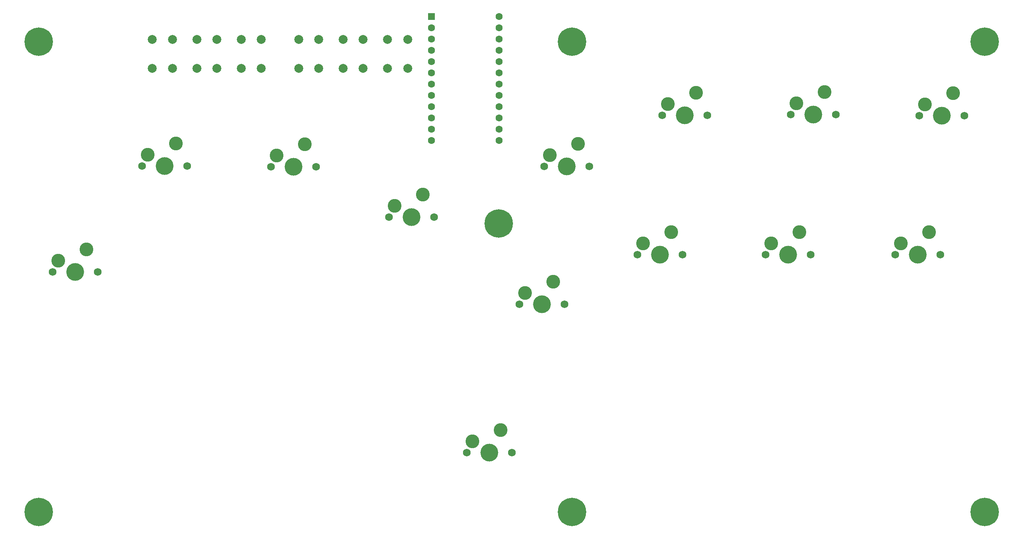
<source format=gts>
%TF.GenerationSoftware,KiCad,Pcbnew,(6.0.7)*%
%TF.CreationDate,2022-08-16T08:24:38+10:00*%
%TF.ProjectId,Flatbox-rev1_1,466c6174-626f-4782-9d72-6576315f312e,rev?*%
%TF.SameCoordinates,Original*%
%TF.FileFunction,Soldermask,Top*%
%TF.FilePolarity,Negative*%
%FSLAX46Y46*%
G04 Gerber Fmt 4.6, Leading zero omitted, Abs format (unit mm)*
G04 Created by KiCad (PCBNEW (6.0.7)) date 2022-08-16 08:24:38*
%MOMM*%
%LPD*%
G01*
G04 APERTURE LIST*
%ADD10C,3.100000*%
%ADD11C,4.000000*%
%ADD12C,1.750000*%
%ADD13C,6.400000*%
%ADD14C,2.000000*%
%ADD15R,1.600000X1.600000*%
%ADD16C,1.600000*%
G04 APERTURE END LIST*
D10*
X34290000Y-86360000D03*
X40640000Y-83820000D03*
D11*
X38100000Y-88900000D03*
D12*
X33020000Y-88900000D03*
X43180000Y-88900000D03*
D10*
X127610000Y-127080000D03*
X133960000Y-124540000D03*
D11*
X131420000Y-129620000D03*
D12*
X126340000Y-129620000D03*
X136500000Y-129620000D03*
D10*
X224110000Y-82500000D03*
X230460000Y-79960000D03*
D11*
X227920000Y-85040000D03*
D12*
X222840000Y-85040000D03*
X233000000Y-85040000D03*
D10*
X194900000Y-82500000D03*
X201250000Y-79960000D03*
D11*
X198710000Y-85040000D03*
D12*
X193630000Y-85040000D03*
X203790000Y-85040000D03*
D10*
X166050000Y-82500000D03*
X172400000Y-79960000D03*
D11*
X169860000Y-85040000D03*
D12*
X164780000Y-85040000D03*
X174940000Y-85040000D03*
D10*
X139440000Y-93610000D03*
X145790000Y-91070000D03*
D11*
X143250000Y-96150000D03*
D12*
X138170000Y-96150000D03*
X148330000Y-96150000D03*
D10*
X229550000Y-51160000D03*
X235900000Y-48620000D03*
D11*
X233360000Y-53700000D03*
D12*
X228280000Y-53700000D03*
X238440000Y-53700000D03*
D10*
X200580000Y-50920000D03*
X206930000Y-48380000D03*
D11*
X204390000Y-53460000D03*
D12*
X199310000Y-53460000D03*
X209470000Y-53460000D03*
D10*
X171610000Y-51040000D03*
X177960000Y-48500000D03*
D11*
X175420000Y-53580000D03*
D12*
X170340000Y-53580000D03*
X180500000Y-53580000D03*
D10*
X145050000Y-62570000D03*
X151400000Y-60030000D03*
D11*
X148860000Y-65110000D03*
D12*
X143780000Y-65110000D03*
X153940000Y-65110000D03*
D10*
X110110000Y-73980000D03*
X116460000Y-71440000D03*
D11*
X113920000Y-76520000D03*
D12*
X108840000Y-76520000D03*
X119000000Y-76520000D03*
D10*
X83510000Y-62630000D03*
X89860000Y-60090000D03*
D11*
X87320000Y-65170000D03*
D12*
X82240000Y-65170000D03*
X92400000Y-65170000D03*
D10*
X54415000Y-62510000D03*
X60765000Y-59970000D03*
D11*
X58225000Y-65050000D03*
D12*
X53145000Y-65050000D03*
X63305000Y-65050000D03*
D13*
X29860000Y-37000000D03*
X29860000Y-143000000D03*
X243000000Y-143000000D03*
X243000000Y-37000000D03*
X150000000Y-37000000D03*
D14*
X88500000Y-36500000D03*
X88500000Y-43000000D03*
X93000000Y-36500000D03*
X93000000Y-43000000D03*
X65500000Y-43000000D03*
X65500000Y-36500000D03*
X70000000Y-36500000D03*
X70000000Y-43000000D03*
X98500000Y-43000000D03*
X98500000Y-36500000D03*
X103000000Y-36500000D03*
X103000000Y-43000000D03*
X55500000Y-36500000D03*
X55500000Y-43000000D03*
X60000000Y-43000000D03*
X60000000Y-36500000D03*
X75500000Y-36500000D03*
X75500000Y-43000000D03*
X80000000Y-36500000D03*
X80000000Y-43000000D03*
X108500000Y-36500000D03*
X108500000Y-43000000D03*
X113000000Y-36500000D03*
X113000000Y-43000000D03*
D13*
X133500000Y-78000000D03*
X150000000Y-143000000D03*
D15*
X118380000Y-31280000D03*
D16*
X118380000Y-33820000D03*
X118380000Y-36360000D03*
X118380000Y-38900000D03*
X118380000Y-41440000D03*
X118380000Y-43980000D03*
X118380000Y-46520000D03*
X118380000Y-49060000D03*
X118380000Y-51600000D03*
X118380000Y-54140000D03*
X118380000Y-56680000D03*
X118380000Y-59220000D03*
X133620000Y-59220000D03*
X133620000Y-56680000D03*
X133620000Y-54140000D03*
X133620000Y-51600000D03*
X133620000Y-49060000D03*
X133620000Y-46520000D03*
X133620000Y-43980000D03*
X133620000Y-41440000D03*
X133620000Y-38900000D03*
X133620000Y-36360000D03*
X133620000Y-33820000D03*
X133620000Y-31280000D03*
M02*

</source>
